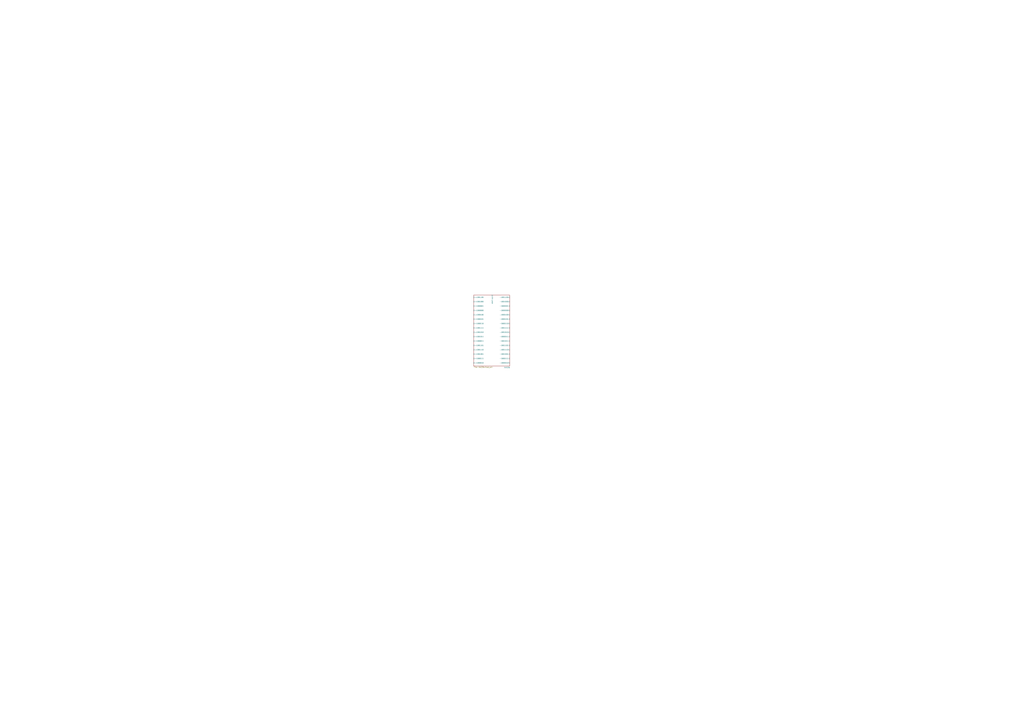
<source format=kicad_sch>
(kicad_sch
	(version 20231120)
	(generator "eeschema")
	(generator_version "8.0")
	(uuid "711b4e05-2814-4498-9cef-e22190d7282d")
	(paper "A0")
	(lib_symbols)
	(sheet
		(at 549.91 342.9)
		(size 41.91 82.55)
		(stroke
			(width 0.1524)
			(type solid)
		)
		(fill
			(color 0 0 0 0.0000)
		)
		(uuid "f6c1658e-9c45-4aab-836a-1031c0383907")
		(property "Sheetname" "INA226"
			(at 585.216 427.736 0)
			(effects
				(font
					(size 1.27 1.27)
				)
				(justify left bottom)
			)
		)
		(property "Sheetfile" "INA226.kicad_sch"
			(at 550.164 425.958 0)
			(effects
				(font
					(size 1.27 1.27)
				)
				(justify left top)
			)
		)
		(pin "-1000000" input
			(at 591.82 360.68 0)
			(effects
				(font
					(size 1.27 1.27)
				)
				(justify right)
			)
			(uuid "d044118e-986f-49be-9236-8d49e244533e")
		)
		(pin "+1000000" input
			(at 549.91 360.68 180)
			(effects
				(font
					(size 1.27 1.27)
				)
				(justify left)
			)
			(uuid "849d715f-b6cb-4431-af18-ddcc23a497b2")
		)
		(pin "alert out" input
			(at 571.5 342.9 90)
			(effects
				(font
					(size 1.27 1.27)
				)
				(justify right)
			)
			(uuid "3fa2553f-712b-4897-8e07-43bcd86484c6")
		)
		(pin "-1000001" input
			(at 591.82 355.6 0)
			(effects
				(font
					(size 1.27 1.27)
				)
				(justify right)
			)
			(uuid "2d4e0ae3-b42a-4a9a-9190-64fe29ed3d8b")
		)
		(pin "+1000001" input
			(at 549.91 355.6 180)
			(effects
				(font
					(size 1.27 1.27)
				)
				(justify left)
			)
			(uuid "f9608641-57a7-4170-b27c-a4da777baadb")
		)
		(pin "-1001000" input
			(at 591.82 350.52 0)
			(effects
				(font
					(size 1.27 1.27)
				)
				(justify right)
			)
			(uuid "29e34f0e-0743-4500-9e23-bb0f2f5dacf4")
		)
		(pin "+1001000" input
			(at 549.91 350.52 180)
			(effects
				(font
					(size 1.27 1.27)
				)
				(justify left)
			)
			(uuid "cbcc9c8d-7121-492f-a752-59e56efade42")
		)
		(pin "-1001100" input
			(at 591.82 345.44 0)
			(effects
				(font
					(size 1.27 1.27)
				)
				(justify right)
			)
			(uuid "37186b98-e994-4b68-ad87-49b452f80794")
		)
		(pin "+1001100" input
			(at 549.91 345.44 180)
			(effects
				(font
					(size 1.27 1.27)
				)
				(justify left)
			)
			(uuid "174675ee-439d-4e8b-ac03-7b8e2e79159e")
		)
		(pin "-1000100" input
			(at 591.82 365.76 0)
			(effects
				(font
					(size 1.27 1.27)
				)
				(justify right)
			)
			(uuid "ac81225c-c83e-4a2a-a5ba-0d2c74e43b90")
		)
		(pin "+1000100" input
			(at 549.91 365.76 180)
			(effects
				(font
					(size 1.27 1.27)
				)
				(justify left)
			)
			(uuid "b5f8b80c-261c-4bb6-8447-b6a224e68183")
		)
		(pin "-1000101" input
			(at 591.82 370.84 0)
			(effects
				(font
					(size 1.27 1.27)
				)
				(justify right)
			)
			(uuid "d0b2c7df-9c7e-4bd2-8fc4-35527cf037bb")
		)
		(pin "+1000101" input
			(at 549.91 370.84 180)
			(effects
				(font
					(size 1.27 1.27)
				)
				(justify left)
			)
			(uuid "a999ab3f-87e1-4294-af5b-54a4c7273a21")
		)
		(pin "-1001010" input
			(at 591.82 386.08 0)
			(effects
				(font
					(size 1.27 1.27)
				)
				(justify right)
			)
			(uuid "b133e33c-cd7f-44af-8627-026f5d39c2a3")
		)
		(pin "+1001010" input
			(at 549.91 386.08 180)
			(effects
				(font
					(size 1.27 1.27)
				)
				(justify left)
			)
			(uuid "02097290-94cf-41e2-b61f-683d69d9af6d")
		)
		(pin "-1001110" input
			(at 591.82 406.4 0)
			(effects
				(font
					(size 1.27 1.27)
				)
				(justify right)
			)
			(uuid "70d73548-6833-4ecd-9d1e-d65cab5893d9")
		)
		(pin "-1001101" input
			(at 591.82 401.32 0)
			(effects
				(font
					(size 1.27 1.27)
				)
				(justify right)
			)
			(uuid "c235b2cb-b10c-416d-a32c-a74d92655f7c")
		)
		(pin "+1001110" input
			(at 549.91 406.4 180)
			(effects
				(font
					(size 1.27 1.27)
				)
				(justify left)
			)
			(uuid "20975f64-3305-4447-8ebc-c1deb9f5ef4c")
		)
		(pin "-1001001" input
			(at 591.82 411.48 0)
			(effects
				(font
					(size 1.27 1.27)
				)
				(justify right)
			)
			(uuid "71fb8385-f08d-4fbc-90fd-04ff2a53760e")
		)
		(pin "+1001001" input
			(at 549.91 411.48 180)
			(effects
				(font
					(size 1.27 1.27)
				)
				(justify left)
			)
			(uuid "6523befe-8a78-4bb1-8fa2-363259e61288")
		)
		(pin "-1000111" input
			(at 591.82 416.56 0)
			(effects
				(font
					(size 1.27 1.27)
				)
				(justify right)
			)
			(uuid "6821359d-c390-4e02-bc6b-613cf0d4cb43")
		)
		(pin "+1000111" input
			(at 549.91 416.56 180)
			(effects
				(font
					(size 1.27 1.27)
				)
				(justify left)
			)
			(uuid "2ef246dd-7217-4cdc-ac30-ddcd301aef86")
		)
		(pin "-1001011" input
			(at 591.82 396.24 0)
			(effects
				(font
					(size 1.27 1.27)
				)
				(justify right)
			)
			(uuid "d152750e-3b37-4f72-995a-2dbcfe5399d3")
		)
		(pin "+1001011" input
			(at 549.91 391.16 180)
			(effects
				(font
					(size 1.27 1.27)
				)
				(justify left)
			)
			(uuid "ed274b57-d69a-4134-84ec-9c16d1b33e2c")
		)
		(pin "-1001111" input
			(at 591.82 381 0)
			(effects
				(font
					(size 1.27 1.27)
				)
				(justify right)
			)
			(uuid "9307cdde-441d-458b-878c-4bdff46becd2")
		)
		(pin "+1001111" input
			(at 549.91 381 180)
			(effects
				(font
					(size 1.27 1.27)
				)
				(justify left)
			)
			(uuid "f8abf228-7c86-41b0-bedb-1209c702944a")
		)
		(pin "+1001101" input
			(at 549.91 401.32 180)
			(effects
				(font
					(size 1.27 1.27)
				)
				(justify left)
			)
			(uuid "d56190f8-8bd5-4330-b5ed-890fd0a30974")
		)
		(pin "-1000011" input
			(at 591.82 391.16 0)
			(effects
				(font
					(size 1.27 1.27)
				)
				(justify right)
			)
			(uuid "51b36bcb-765b-4ed9-87b6-c32e4f4951bf")
		)
		(pin "+1000011" input
			(at 549.91 396.24 180)
			(effects
				(font
					(size 1.27 1.27)
				)
				(justify left)
			)
			(uuid "03b1d519-e026-40a1-9ac3-91d99ada8ab9")
		)
		(pin "-1000110" input
			(at 591.82 375.92 0)
			(effects
				(font
					(size 1.27 1.27)
				)
				(justify right)
			)
			(uuid "4b7e8f6e-ea1d-4fdf-ae11-8d960f6b159e")
		)
		(pin "+1000110" input
			(at 549.91 375.92 180)
			(effects
				(font
					(size 1.27 1.27)
				)
				(justify left)
			)
			(uuid "1e324855-8ae9-4c40-8065-8e9fb7297a23")
		)
		(pin "-1000010" input
			(at 591.82 421.64 0)
			(effects
				(font
					(size 1.27 1.27)
				)
				(justify right)
			)
			(uuid "358f03dd-c483-46d4-b485-04c1cdd27c81")
		)
		(pin "+1000010" input
			(at 549.91 421.64 180)
			(effects
				(font
					(size 1.27 1.27)
				)
				(justify left)
			)
			(uuid "247185be-82df-465e-8190-c98614a1ac3a")
		)
		(instances
			(project "robot fő nyák"
				(path "/711b4e05-2814-4498-9cef-e22190d7282d"
					(page "2")
				)
			)
		)
	)
	(sheet_instances
		(path "/"
			(page "1")
		)
	)
)

</source>
